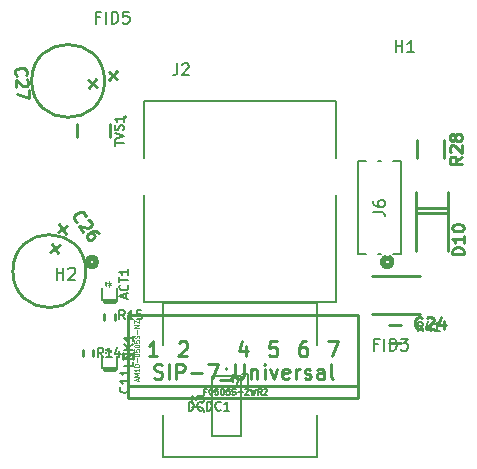
<source format=gbr>
G04 #@! TF.GenerationSoftware,KiCad,Pcbnew,7.0.7*
G04 #@! TF.CreationDate,2024-10-24T15:39:13-07:00*
G04 #@! TF.ProjectId,ESP_POE_1.4a,4553505f-504f-4455-9f31-2e34612e6b69,K*
G04 #@! TF.SameCoordinates,Original*
G04 #@! TF.FileFunction,Legend,Top*
G04 #@! TF.FilePolarity,Positive*
%FSLAX46Y46*%
G04 Gerber Fmt 4.6, Leading zero omitted, Abs format (unit mm)*
G04 Created by KiCad (PCBNEW 7.0.7) date 2024-10-24 15:39:13*
%MOMM*%
%LPD*%
G01*
G04 APERTURE LIST*
%ADD10C,0.190500*%
%ADD11C,0.100000*%
%ADD12C,0.254000*%
%ADD13C,0.127000*%
%ADD14C,0.150000*%
%ADD15C,0.050000*%
%ADD16C,0.152400*%
%ADD17C,0.200000*%
%ADD18C,0.508000*%
G04 APERTURE END LIST*
D10*
X104714838Y-155963256D02*
X104751124Y-155999542D01*
X104751124Y-155999542D02*
X104787409Y-156108399D01*
X104787409Y-156108399D02*
X104787409Y-156180971D01*
X104787409Y-156180971D02*
X104751124Y-156289828D01*
X104751124Y-156289828D02*
X104678552Y-156362399D01*
X104678552Y-156362399D02*
X104605981Y-156398685D01*
X104605981Y-156398685D02*
X104460838Y-156434971D01*
X104460838Y-156434971D02*
X104351981Y-156434971D01*
X104351981Y-156434971D02*
X104206838Y-156398685D01*
X104206838Y-156398685D02*
X104134266Y-156362399D01*
X104134266Y-156362399D02*
X104061695Y-156289828D01*
X104061695Y-156289828D02*
X104025409Y-156180971D01*
X104025409Y-156180971D02*
X104025409Y-156108399D01*
X104025409Y-156108399D02*
X104061695Y-155999542D01*
X104061695Y-155999542D02*
X104097981Y-155963256D01*
X104787409Y-155237542D02*
X104787409Y-155672971D01*
X104787409Y-155455256D02*
X104025409Y-155455256D01*
X104025409Y-155455256D02*
X104134266Y-155527828D01*
X104134266Y-155527828D02*
X104206838Y-155600399D01*
X104206838Y-155600399D02*
X104243124Y-155672971D01*
X104787409Y-154511828D02*
X104787409Y-154947257D01*
X104787409Y-154729542D02*
X104025409Y-154729542D01*
X104025409Y-154729542D02*
X104134266Y-154802114D01*
X104134266Y-154802114D02*
X104206838Y-154874685D01*
X104206838Y-154874685D02*
X104243124Y-154947257D01*
X102583343Y-153403009D02*
X102329343Y-153040152D01*
X102147914Y-153403009D02*
X102147914Y-152641009D01*
X102147914Y-152641009D02*
X102438200Y-152641009D01*
X102438200Y-152641009D02*
X102510771Y-152677295D01*
X102510771Y-152677295D02*
X102547057Y-152713581D01*
X102547057Y-152713581D02*
X102583343Y-152786152D01*
X102583343Y-152786152D02*
X102583343Y-152895009D01*
X102583343Y-152895009D02*
X102547057Y-152967581D01*
X102547057Y-152967581D02*
X102510771Y-153003866D01*
X102510771Y-153003866D02*
X102438200Y-153040152D01*
X102438200Y-153040152D02*
X102147914Y-153040152D01*
X103309057Y-153403009D02*
X102873628Y-153403009D01*
X103091343Y-153403009D02*
X103091343Y-152641009D01*
X103091343Y-152641009D02*
X103018771Y-152749866D01*
X103018771Y-152749866D02*
X102946200Y-152822438D01*
X102946200Y-152822438D02*
X102873628Y-152858724D01*
X103962200Y-152895009D02*
X103962200Y-153403009D01*
X103780771Y-152604724D02*
X103599342Y-153149009D01*
X103599342Y-153149009D02*
X104071057Y-153149009D01*
X105117609Y-153840542D02*
X105117609Y-154203399D01*
X105117609Y-154203399D02*
X104355609Y-154203399D01*
X105117609Y-153586542D02*
X104355609Y-153586542D01*
X104355609Y-153586542D02*
X105117609Y-153151113D01*
X105117609Y-153151113D02*
X104355609Y-153151113D01*
X105117609Y-152788256D02*
X104355609Y-152788256D01*
X105117609Y-152352827D02*
X104682181Y-152679399D01*
X104355609Y-152352827D02*
X104791038Y-152788256D01*
X105117609Y-151627113D02*
X105117609Y-152062542D01*
X105117609Y-151844827D02*
X104355609Y-151844827D01*
X104355609Y-151844827D02*
X104464466Y-151917399D01*
X104464466Y-151917399D02*
X104537038Y-151989970D01*
X104537038Y-151989970D02*
X104573324Y-152062542D01*
X104412143Y-150228009D02*
X104158143Y-149865152D01*
X103976714Y-150228009D02*
X103976714Y-149466009D01*
X103976714Y-149466009D02*
X104267000Y-149466009D01*
X104267000Y-149466009D02*
X104339571Y-149502295D01*
X104339571Y-149502295D02*
X104375857Y-149538581D01*
X104375857Y-149538581D02*
X104412143Y-149611152D01*
X104412143Y-149611152D02*
X104412143Y-149720009D01*
X104412143Y-149720009D02*
X104375857Y-149792581D01*
X104375857Y-149792581D02*
X104339571Y-149828866D01*
X104339571Y-149828866D02*
X104267000Y-149865152D01*
X104267000Y-149865152D02*
X103976714Y-149865152D01*
X105137857Y-150228009D02*
X104702428Y-150228009D01*
X104920143Y-150228009D02*
X104920143Y-149466009D01*
X104920143Y-149466009D02*
X104847571Y-149574866D01*
X104847571Y-149574866D02*
X104775000Y-149647438D01*
X104775000Y-149647438D02*
X104702428Y-149683724D01*
X105827285Y-149466009D02*
X105464428Y-149466009D01*
X105464428Y-149466009D02*
X105428142Y-149828866D01*
X105428142Y-149828866D02*
X105464428Y-149792581D01*
X105464428Y-149792581D02*
X105537000Y-149756295D01*
X105537000Y-149756295D02*
X105718428Y-149756295D01*
X105718428Y-149756295D02*
X105791000Y-149792581D01*
X105791000Y-149792581D02*
X105827285Y-149828866D01*
X105827285Y-149828866D02*
X105863571Y-149901438D01*
X105863571Y-149901438D02*
X105863571Y-150082866D01*
X105863571Y-150082866D02*
X105827285Y-150155438D01*
X105827285Y-150155438D02*
X105791000Y-150191724D01*
X105791000Y-150191724D02*
X105718428Y-150228009D01*
X105718428Y-150228009D02*
X105537000Y-150228009D01*
X105537000Y-150228009D02*
X105464428Y-150191724D01*
X105464428Y-150191724D02*
X105428142Y-150155438D01*
X104518895Y-148433971D02*
X104518895Y-148071114D01*
X104736609Y-148506542D02*
X103974609Y-148252542D01*
X103974609Y-148252542D02*
X104736609Y-147998542D01*
X104664038Y-147309113D02*
X104700324Y-147345399D01*
X104700324Y-147345399D02*
X104736609Y-147454256D01*
X104736609Y-147454256D02*
X104736609Y-147526828D01*
X104736609Y-147526828D02*
X104700324Y-147635685D01*
X104700324Y-147635685D02*
X104627752Y-147708256D01*
X104627752Y-147708256D02*
X104555181Y-147744542D01*
X104555181Y-147744542D02*
X104410038Y-147780828D01*
X104410038Y-147780828D02*
X104301181Y-147780828D01*
X104301181Y-147780828D02*
X104156038Y-147744542D01*
X104156038Y-147744542D02*
X104083466Y-147708256D01*
X104083466Y-147708256D02*
X104010895Y-147635685D01*
X104010895Y-147635685D02*
X103974609Y-147526828D01*
X103974609Y-147526828D02*
X103974609Y-147454256D01*
X103974609Y-147454256D02*
X104010895Y-147345399D01*
X104010895Y-147345399D02*
X104047181Y-147309113D01*
X103974609Y-147091399D02*
X103974609Y-146655971D01*
X104736609Y-146873685D02*
X103974609Y-146873685D01*
X104736609Y-146002828D02*
X104736609Y-146438257D01*
X104736609Y-146220542D02*
X103974609Y-146220542D01*
X103974609Y-146220542D02*
X104083466Y-146293114D01*
X104083466Y-146293114D02*
X104156038Y-146365685D01*
X104156038Y-146365685D02*
X104192324Y-146438257D01*
X109825971Y-157949609D02*
X109825971Y-157187609D01*
X109825971Y-157187609D02*
X110007400Y-157187609D01*
X110007400Y-157187609D02*
X110116257Y-157223895D01*
X110116257Y-157223895D02*
X110188828Y-157296466D01*
X110188828Y-157296466D02*
X110225114Y-157369038D01*
X110225114Y-157369038D02*
X110261400Y-157514181D01*
X110261400Y-157514181D02*
X110261400Y-157623038D01*
X110261400Y-157623038D02*
X110225114Y-157768181D01*
X110225114Y-157768181D02*
X110188828Y-157840752D01*
X110188828Y-157840752D02*
X110116257Y-157913324D01*
X110116257Y-157913324D02*
X110007400Y-157949609D01*
X110007400Y-157949609D02*
X109825971Y-157949609D01*
X111023400Y-157877038D02*
X110987114Y-157913324D01*
X110987114Y-157913324D02*
X110878257Y-157949609D01*
X110878257Y-157949609D02*
X110805685Y-157949609D01*
X110805685Y-157949609D02*
X110696828Y-157913324D01*
X110696828Y-157913324D02*
X110624257Y-157840752D01*
X110624257Y-157840752D02*
X110587971Y-157768181D01*
X110587971Y-157768181D02*
X110551685Y-157623038D01*
X110551685Y-157623038D02*
X110551685Y-157514181D01*
X110551685Y-157514181D02*
X110587971Y-157369038D01*
X110587971Y-157369038D02*
X110624257Y-157296466D01*
X110624257Y-157296466D02*
X110696828Y-157223895D01*
X110696828Y-157223895D02*
X110805685Y-157187609D01*
X110805685Y-157187609D02*
X110878257Y-157187609D01*
X110878257Y-157187609D02*
X110987114Y-157223895D01*
X110987114Y-157223895D02*
X111023400Y-157260181D01*
X111349971Y-157949609D02*
X111349971Y-157187609D01*
X111349971Y-157187609D02*
X111531400Y-157187609D01*
X111531400Y-157187609D02*
X111640257Y-157223895D01*
X111640257Y-157223895D02*
X111712828Y-157296466D01*
X111712828Y-157296466D02*
X111749114Y-157369038D01*
X111749114Y-157369038D02*
X111785400Y-157514181D01*
X111785400Y-157514181D02*
X111785400Y-157623038D01*
X111785400Y-157623038D02*
X111749114Y-157768181D01*
X111749114Y-157768181D02*
X111712828Y-157840752D01*
X111712828Y-157840752D02*
X111640257Y-157913324D01*
X111640257Y-157913324D02*
X111531400Y-157949609D01*
X111531400Y-157949609D02*
X111349971Y-157949609D01*
X112547400Y-157877038D02*
X112511114Y-157913324D01*
X112511114Y-157913324D02*
X112402257Y-157949609D01*
X112402257Y-157949609D02*
X112329685Y-157949609D01*
X112329685Y-157949609D02*
X112220828Y-157913324D01*
X112220828Y-157913324D02*
X112148257Y-157840752D01*
X112148257Y-157840752D02*
X112111971Y-157768181D01*
X112111971Y-157768181D02*
X112075685Y-157623038D01*
X112075685Y-157623038D02*
X112075685Y-157514181D01*
X112075685Y-157514181D02*
X112111971Y-157369038D01*
X112111971Y-157369038D02*
X112148257Y-157296466D01*
X112148257Y-157296466D02*
X112220828Y-157223895D01*
X112220828Y-157223895D02*
X112329685Y-157187609D01*
X112329685Y-157187609D02*
X112402257Y-157187609D01*
X112402257Y-157187609D02*
X112511114Y-157223895D01*
X112511114Y-157223895D02*
X112547400Y-157260181D01*
X113273114Y-157949609D02*
X112837685Y-157949609D01*
X113055400Y-157949609D02*
X113055400Y-157187609D01*
X113055400Y-157187609D02*
X112982828Y-157296466D01*
X112982828Y-157296466D02*
X112910257Y-157369038D01*
X112910257Y-157369038D02*
X112837685Y-157405324D01*
D11*
X105517961Y-155437903D02*
X105517961Y-155247427D01*
X105632247Y-155475998D02*
X105232247Y-155342665D01*
X105232247Y-155342665D02*
X105632247Y-155209332D01*
X105632247Y-155075998D02*
X105232247Y-155075998D01*
X105232247Y-155075998D02*
X105517961Y-154942665D01*
X105517961Y-154942665D02*
X105232247Y-154809332D01*
X105232247Y-154809332D02*
X105632247Y-154809332D01*
X105632247Y-154409332D02*
X105632247Y-154637903D01*
X105632247Y-154523617D02*
X105232247Y-154523617D01*
X105232247Y-154523617D02*
X105289390Y-154561713D01*
X105289390Y-154561713D02*
X105327485Y-154599808D01*
X105327485Y-154599808D02*
X105346533Y-154637903D01*
X105632247Y-154237903D02*
X105232247Y-154237903D01*
X105232247Y-154237903D02*
X105232247Y-154142665D01*
X105232247Y-154142665D02*
X105251295Y-154085522D01*
X105251295Y-154085522D02*
X105289390Y-154047427D01*
X105289390Y-154047427D02*
X105327485Y-154028380D01*
X105327485Y-154028380D02*
X105403676Y-154009332D01*
X105403676Y-154009332D02*
X105460819Y-154009332D01*
X105460819Y-154009332D02*
X105537009Y-154028380D01*
X105537009Y-154028380D02*
X105575104Y-154047427D01*
X105575104Y-154047427D02*
X105613200Y-154085522D01*
X105613200Y-154085522D02*
X105632247Y-154142665D01*
X105632247Y-154142665D02*
X105632247Y-154237903D01*
X105479866Y-153837903D02*
X105479866Y-153533142D01*
X105232247Y-153266475D02*
X105232247Y-153228380D01*
X105232247Y-153228380D02*
X105251295Y-153190284D01*
X105251295Y-153190284D02*
X105270342Y-153171237D01*
X105270342Y-153171237D02*
X105308438Y-153152189D01*
X105308438Y-153152189D02*
X105384628Y-153133142D01*
X105384628Y-153133142D02*
X105479866Y-153133142D01*
X105479866Y-153133142D02*
X105556057Y-153152189D01*
X105556057Y-153152189D02*
X105594152Y-153171237D01*
X105594152Y-153171237D02*
X105613200Y-153190284D01*
X105613200Y-153190284D02*
X105632247Y-153228380D01*
X105632247Y-153228380D02*
X105632247Y-153266475D01*
X105632247Y-153266475D02*
X105613200Y-153304570D01*
X105613200Y-153304570D02*
X105594152Y-153323618D01*
X105594152Y-153323618D02*
X105556057Y-153342665D01*
X105556057Y-153342665D02*
X105479866Y-153361713D01*
X105479866Y-153361713D02*
X105384628Y-153361713D01*
X105384628Y-153361713D02*
X105308438Y-153342665D01*
X105308438Y-153342665D02*
X105270342Y-153323618D01*
X105270342Y-153323618D02*
X105251295Y-153304570D01*
X105251295Y-153304570D02*
X105232247Y-153266475D01*
X105232247Y-152771237D02*
X105232247Y-152961713D01*
X105232247Y-152961713D02*
X105422723Y-152980761D01*
X105422723Y-152980761D02*
X105403676Y-152961713D01*
X105403676Y-152961713D02*
X105384628Y-152923618D01*
X105384628Y-152923618D02*
X105384628Y-152828380D01*
X105384628Y-152828380D02*
X105403676Y-152790285D01*
X105403676Y-152790285D02*
X105422723Y-152771237D01*
X105422723Y-152771237D02*
X105460819Y-152752190D01*
X105460819Y-152752190D02*
X105556057Y-152752190D01*
X105556057Y-152752190D02*
X105594152Y-152771237D01*
X105594152Y-152771237D02*
X105613200Y-152790285D01*
X105613200Y-152790285D02*
X105632247Y-152828380D01*
X105632247Y-152828380D02*
X105632247Y-152923618D01*
X105632247Y-152923618D02*
X105613200Y-152961713D01*
X105613200Y-152961713D02*
X105594152Y-152980761D01*
X105232247Y-152504571D02*
X105232247Y-152466476D01*
X105232247Y-152466476D02*
X105251295Y-152428380D01*
X105251295Y-152428380D02*
X105270342Y-152409333D01*
X105270342Y-152409333D02*
X105308438Y-152390285D01*
X105308438Y-152390285D02*
X105384628Y-152371238D01*
X105384628Y-152371238D02*
X105479866Y-152371238D01*
X105479866Y-152371238D02*
X105556057Y-152390285D01*
X105556057Y-152390285D02*
X105594152Y-152409333D01*
X105594152Y-152409333D02*
X105613200Y-152428380D01*
X105613200Y-152428380D02*
X105632247Y-152466476D01*
X105632247Y-152466476D02*
X105632247Y-152504571D01*
X105632247Y-152504571D02*
X105613200Y-152542666D01*
X105613200Y-152542666D02*
X105594152Y-152561714D01*
X105594152Y-152561714D02*
X105556057Y-152580761D01*
X105556057Y-152580761D02*
X105479866Y-152599809D01*
X105479866Y-152599809D02*
X105384628Y-152599809D01*
X105384628Y-152599809D02*
X105308438Y-152580761D01*
X105308438Y-152580761D02*
X105270342Y-152561714D01*
X105270342Y-152561714D02*
X105251295Y-152542666D01*
X105251295Y-152542666D02*
X105232247Y-152504571D01*
X105232247Y-152009333D02*
X105232247Y-152199809D01*
X105232247Y-152199809D02*
X105422723Y-152218857D01*
X105422723Y-152218857D02*
X105403676Y-152199809D01*
X105403676Y-152199809D02*
X105384628Y-152161714D01*
X105384628Y-152161714D02*
X105384628Y-152066476D01*
X105384628Y-152066476D02*
X105403676Y-152028381D01*
X105403676Y-152028381D02*
X105422723Y-152009333D01*
X105422723Y-152009333D02*
X105460819Y-151990286D01*
X105460819Y-151990286D02*
X105556057Y-151990286D01*
X105556057Y-151990286D02*
X105594152Y-152009333D01*
X105594152Y-152009333D02*
X105613200Y-152028381D01*
X105613200Y-152028381D02*
X105632247Y-152066476D01*
X105632247Y-152066476D02*
X105632247Y-152161714D01*
X105632247Y-152161714D02*
X105613200Y-152199809D01*
X105613200Y-152199809D02*
X105594152Y-152218857D01*
X105613200Y-151837905D02*
X105632247Y-151780762D01*
X105632247Y-151780762D02*
X105632247Y-151685524D01*
X105632247Y-151685524D02*
X105613200Y-151647429D01*
X105613200Y-151647429D02*
X105594152Y-151628381D01*
X105594152Y-151628381D02*
X105556057Y-151609334D01*
X105556057Y-151609334D02*
X105517961Y-151609334D01*
X105517961Y-151609334D02*
X105479866Y-151628381D01*
X105479866Y-151628381D02*
X105460819Y-151647429D01*
X105460819Y-151647429D02*
X105441771Y-151685524D01*
X105441771Y-151685524D02*
X105422723Y-151761715D01*
X105422723Y-151761715D02*
X105403676Y-151799810D01*
X105403676Y-151799810D02*
X105384628Y-151818857D01*
X105384628Y-151818857D02*
X105346533Y-151837905D01*
X105346533Y-151837905D02*
X105308438Y-151837905D01*
X105308438Y-151837905D02*
X105270342Y-151818857D01*
X105270342Y-151818857D02*
X105251295Y-151799810D01*
X105251295Y-151799810D02*
X105232247Y-151761715D01*
X105232247Y-151761715D02*
X105232247Y-151666476D01*
X105232247Y-151666476D02*
X105251295Y-151609334D01*
X105479866Y-151437905D02*
X105479866Y-151133144D01*
X105632247Y-150942667D02*
X105232247Y-150942667D01*
X105232247Y-150942667D02*
X105632247Y-150714096D01*
X105632247Y-150714096D02*
X105232247Y-150714096D01*
X105232247Y-150561715D02*
X105232247Y-150295048D01*
X105232247Y-150295048D02*
X105632247Y-150561715D01*
X105632247Y-150561715D02*
X105632247Y-150295048D01*
X105517961Y-155437903D02*
X105517961Y-155247427D01*
X105632247Y-155475998D02*
X105232247Y-155342665D01*
X105232247Y-155342665D02*
X105632247Y-155209332D01*
X105632247Y-155075998D02*
X105232247Y-155075998D01*
X105232247Y-155075998D02*
X105517961Y-154942665D01*
X105517961Y-154942665D02*
X105232247Y-154809332D01*
X105232247Y-154809332D02*
X105632247Y-154809332D01*
X105632247Y-154409332D02*
X105632247Y-154637903D01*
X105632247Y-154523617D02*
X105232247Y-154523617D01*
X105232247Y-154523617D02*
X105289390Y-154561713D01*
X105289390Y-154561713D02*
X105327485Y-154599808D01*
X105327485Y-154599808D02*
X105346533Y-154637903D01*
X105632247Y-154237903D02*
X105232247Y-154237903D01*
X105232247Y-154237903D02*
X105232247Y-154142665D01*
X105232247Y-154142665D02*
X105251295Y-154085522D01*
X105251295Y-154085522D02*
X105289390Y-154047427D01*
X105289390Y-154047427D02*
X105327485Y-154028380D01*
X105327485Y-154028380D02*
X105403676Y-154009332D01*
X105403676Y-154009332D02*
X105460819Y-154009332D01*
X105460819Y-154009332D02*
X105537009Y-154028380D01*
X105537009Y-154028380D02*
X105575104Y-154047427D01*
X105575104Y-154047427D02*
X105613200Y-154085522D01*
X105613200Y-154085522D02*
X105632247Y-154142665D01*
X105632247Y-154142665D02*
X105632247Y-154237903D01*
X105479866Y-153837903D02*
X105479866Y-153533142D01*
X105232247Y-153266475D02*
X105232247Y-153228380D01*
X105232247Y-153228380D02*
X105251295Y-153190284D01*
X105251295Y-153190284D02*
X105270342Y-153171237D01*
X105270342Y-153171237D02*
X105308438Y-153152189D01*
X105308438Y-153152189D02*
X105384628Y-153133142D01*
X105384628Y-153133142D02*
X105479866Y-153133142D01*
X105479866Y-153133142D02*
X105556057Y-153152189D01*
X105556057Y-153152189D02*
X105594152Y-153171237D01*
X105594152Y-153171237D02*
X105613200Y-153190284D01*
X105613200Y-153190284D02*
X105632247Y-153228380D01*
X105632247Y-153228380D02*
X105632247Y-153266475D01*
X105632247Y-153266475D02*
X105613200Y-153304570D01*
X105613200Y-153304570D02*
X105594152Y-153323618D01*
X105594152Y-153323618D02*
X105556057Y-153342665D01*
X105556057Y-153342665D02*
X105479866Y-153361713D01*
X105479866Y-153361713D02*
X105384628Y-153361713D01*
X105384628Y-153361713D02*
X105308438Y-153342665D01*
X105308438Y-153342665D02*
X105270342Y-153323618D01*
X105270342Y-153323618D02*
X105251295Y-153304570D01*
X105251295Y-153304570D02*
X105232247Y-153266475D01*
X105232247Y-152771237D02*
X105232247Y-152961713D01*
X105232247Y-152961713D02*
X105422723Y-152980761D01*
X105422723Y-152980761D02*
X105403676Y-152961713D01*
X105403676Y-152961713D02*
X105384628Y-152923618D01*
X105384628Y-152923618D02*
X105384628Y-152828380D01*
X105384628Y-152828380D02*
X105403676Y-152790285D01*
X105403676Y-152790285D02*
X105422723Y-152771237D01*
X105422723Y-152771237D02*
X105460819Y-152752190D01*
X105460819Y-152752190D02*
X105556057Y-152752190D01*
X105556057Y-152752190D02*
X105594152Y-152771237D01*
X105594152Y-152771237D02*
X105613200Y-152790285D01*
X105613200Y-152790285D02*
X105632247Y-152828380D01*
X105632247Y-152828380D02*
X105632247Y-152923618D01*
X105632247Y-152923618D02*
X105613200Y-152961713D01*
X105613200Y-152961713D02*
X105594152Y-152980761D01*
X105232247Y-152504571D02*
X105232247Y-152466476D01*
X105232247Y-152466476D02*
X105251295Y-152428380D01*
X105251295Y-152428380D02*
X105270342Y-152409333D01*
X105270342Y-152409333D02*
X105308438Y-152390285D01*
X105308438Y-152390285D02*
X105384628Y-152371238D01*
X105384628Y-152371238D02*
X105479866Y-152371238D01*
X105479866Y-152371238D02*
X105556057Y-152390285D01*
X105556057Y-152390285D02*
X105594152Y-152409333D01*
X105594152Y-152409333D02*
X105613200Y-152428380D01*
X105613200Y-152428380D02*
X105632247Y-152466476D01*
X105632247Y-152466476D02*
X105632247Y-152504571D01*
X105632247Y-152504571D02*
X105613200Y-152542666D01*
X105613200Y-152542666D02*
X105594152Y-152561714D01*
X105594152Y-152561714D02*
X105556057Y-152580761D01*
X105556057Y-152580761D02*
X105479866Y-152599809D01*
X105479866Y-152599809D02*
X105384628Y-152599809D01*
X105384628Y-152599809D02*
X105308438Y-152580761D01*
X105308438Y-152580761D02*
X105270342Y-152561714D01*
X105270342Y-152561714D02*
X105251295Y-152542666D01*
X105251295Y-152542666D02*
X105232247Y-152504571D01*
X105232247Y-152009333D02*
X105232247Y-152199809D01*
X105232247Y-152199809D02*
X105422723Y-152218857D01*
X105422723Y-152218857D02*
X105403676Y-152199809D01*
X105403676Y-152199809D02*
X105384628Y-152161714D01*
X105384628Y-152161714D02*
X105384628Y-152066476D01*
X105384628Y-152066476D02*
X105403676Y-152028381D01*
X105403676Y-152028381D02*
X105422723Y-152009333D01*
X105422723Y-152009333D02*
X105460819Y-151990286D01*
X105460819Y-151990286D02*
X105556057Y-151990286D01*
X105556057Y-151990286D02*
X105594152Y-152009333D01*
X105594152Y-152009333D02*
X105613200Y-152028381D01*
X105613200Y-152028381D02*
X105632247Y-152066476D01*
X105632247Y-152066476D02*
X105632247Y-152161714D01*
X105632247Y-152161714D02*
X105613200Y-152199809D01*
X105613200Y-152199809D02*
X105594152Y-152218857D01*
X105613200Y-151837905D02*
X105632247Y-151780762D01*
X105632247Y-151780762D02*
X105632247Y-151685524D01*
X105632247Y-151685524D02*
X105613200Y-151647429D01*
X105613200Y-151647429D02*
X105594152Y-151628381D01*
X105594152Y-151628381D02*
X105556057Y-151609334D01*
X105556057Y-151609334D02*
X105517961Y-151609334D01*
X105517961Y-151609334D02*
X105479866Y-151628381D01*
X105479866Y-151628381D02*
X105460819Y-151647429D01*
X105460819Y-151647429D02*
X105441771Y-151685524D01*
X105441771Y-151685524D02*
X105422723Y-151761715D01*
X105422723Y-151761715D02*
X105403676Y-151799810D01*
X105403676Y-151799810D02*
X105384628Y-151818857D01*
X105384628Y-151818857D02*
X105346533Y-151837905D01*
X105346533Y-151837905D02*
X105308438Y-151837905D01*
X105308438Y-151837905D02*
X105270342Y-151818857D01*
X105270342Y-151818857D02*
X105251295Y-151799810D01*
X105251295Y-151799810D02*
X105232247Y-151761715D01*
X105232247Y-151761715D02*
X105232247Y-151666476D01*
X105232247Y-151666476D02*
X105251295Y-151609334D01*
X105479866Y-151437905D02*
X105479866Y-151133144D01*
X105632247Y-150942667D02*
X105232247Y-150942667D01*
X105232247Y-150942667D02*
X105632247Y-150714096D01*
X105632247Y-150714096D02*
X105232247Y-150714096D01*
X105232247Y-150561715D02*
X105232247Y-150295048D01*
X105232247Y-150295048D02*
X105632247Y-150561715D01*
X105632247Y-150561715D02*
X105632247Y-150295048D01*
D12*
X117294780Y-152085318D02*
X116690018Y-152085318D01*
X116690018Y-152085318D02*
X116629542Y-152690080D01*
X116629542Y-152690080D02*
X116690018Y-152629603D01*
X116690018Y-152629603D02*
X116810971Y-152569127D01*
X116810971Y-152569127D02*
X117113352Y-152569127D01*
X117113352Y-152569127D02*
X117234304Y-152629603D01*
X117234304Y-152629603D02*
X117294780Y-152690080D01*
X117294780Y-152690080D02*
X117355257Y-152811032D01*
X117355257Y-152811032D02*
X117355257Y-153113413D01*
X117355257Y-153113413D02*
X117294780Y-153234365D01*
X117294780Y-153234365D02*
X117234304Y-153294842D01*
X117234304Y-153294842D02*
X117113352Y-153355318D01*
X117113352Y-153355318D02*
X116810971Y-153355318D01*
X116810971Y-153355318D02*
X116690018Y-153294842D01*
X116690018Y-153294842D02*
X116629542Y-153234365D01*
D13*
X111337874Y-156338311D02*
X111168541Y-156338311D01*
X111168541Y-156604406D02*
X111168541Y-156096406D01*
X111168541Y-156096406D02*
X111410446Y-156096406D01*
X111700732Y-156096406D02*
X111749113Y-156096406D01*
X111749113Y-156096406D02*
X111797494Y-156120596D01*
X111797494Y-156120596D02*
X111821684Y-156144787D01*
X111821684Y-156144787D02*
X111845875Y-156193168D01*
X111845875Y-156193168D02*
X111870065Y-156289930D01*
X111870065Y-156289930D02*
X111870065Y-156410882D01*
X111870065Y-156410882D02*
X111845875Y-156507644D01*
X111845875Y-156507644D02*
X111821684Y-156556025D01*
X111821684Y-156556025D02*
X111797494Y-156580216D01*
X111797494Y-156580216D02*
X111749113Y-156604406D01*
X111749113Y-156604406D02*
X111700732Y-156604406D01*
X111700732Y-156604406D02*
X111652351Y-156580216D01*
X111652351Y-156580216D02*
X111628160Y-156556025D01*
X111628160Y-156556025D02*
X111603970Y-156507644D01*
X111603970Y-156507644D02*
X111579779Y-156410882D01*
X111579779Y-156410882D02*
X111579779Y-156289930D01*
X111579779Y-156289930D02*
X111603970Y-156193168D01*
X111603970Y-156193168D02*
X111628160Y-156144787D01*
X111628160Y-156144787D02*
X111652351Y-156120596D01*
X111652351Y-156120596D02*
X111700732Y-156096406D01*
X112329685Y-156096406D02*
X112087780Y-156096406D01*
X112087780Y-156096406D02*
X112063589Y-156338311D01*
X112063589Y-156338311D02*
X112087780Y-156314120D01*
X112087780Y-156314120D02*
X112136161Y-156289930D01*
X112136161Y-156289930D02*
X112257113Y-156289930D01*
X112257113Y-156289930D02*
X112305494Y-156314120D01*
X112305494Y-156314120D02*
X112329685Y-156338311D01*
X112329685Y-156338311D02*
X112353875Y-156386692D01*
X112353875Y-156386692D02*
X112353875Y-156507644D01*
X112353875Y-156507644D02*
X112329685Y-156556025D01*
X112329685Y-156556025D02*
X112305494Y-156580216D01*
X112305494Y-156580216D02*
X112257113Y-156604406D01*
X112257113Y-156604406D02*
X112136161Y-156604406D01*
X112136161Y-156604406D02*
X112087780Y-156580216D01*
X112087780Y-156580216D02*
X112063589Y-156556025D01*
X112668352Y-156096406D02*
X112716733Y-156096406D01*
X112716733Y-156096406D02*
X112765114Y-156120596D01*
X112765114Y-156120596D02*
X112789304Y-156144787D01*
X112789304Y-156144787D02*
X112813495Y-156193168D01*
X112813495Y-156193168D02*
X112837685Y-156289930D01*
X112837685Y-156289930D02*
X112837685Y-156410882D01*
X112837685Y-156410882D02*
X112813495Y-156507644D01*
X112813495Y-156507644D02*
X112789304Y-156556025D01*
X112789304Y-156556025D02*
X112765114Y-156580216D01*
X112765114Y-156580216D02*
X112716733Y-156604406D01*
X112716733Y-156604406D02*
X112668352Y-156604406D01*
X112668352Y-156604406D02*
X112619971Y-156580216D01*
X112619971Y-156580216D02*
X112595780Y-156556025D01*
X112595780Y-156556025D02*
X112571590Y-156507644D01*
X112571590Y-156507644D02*
X112547399Y-156410882D01*
X112547399Y-156410882D02*
X112547399Y-156289930D01*
X112547399Y-156289930D02*
X112571590Y-156193168D01*
X112571590Y-156193168D02*
X112595780Y-156144787D01*
X112595780Y-156144787D02*
X112619971Y-156120596D01*
X112619971Y-156120596D02*
X112668352Y-156096406D01*
X113297305Y-156096406D02*
X113055400Y-156096406D01*
X113055400Y-156096406D02*
X113031209Y-156338311D01*
X113031209Y-156338311D02*
X113055400Y-156314120D01*
X113055400Y-156314120D02*
X113103781Y-156289930D01*
X113103781Y-156289930D02*
X113224733Y-156289930D01*
X113224733Y-156289930D02*
X113273114Y-156314120D01*
X113273114Y-156314120D02*
X113297305Y-156338311D01*
X113297305Y-156338311D02*
X113321495Y-156386692D01*
X113321495Y-156386692D02*
X113321495Y-156507644D01*
X113321495Y-156507644D02*
X113297305Y-156556025D01*
X113297305Y-156556025D02*
X113273114Y-156580216D01*
X113273114Y-156580216D02*
X113224733Y-156604406D01*
X113224733Y-156604406D02*
X113103781Y-156604406D01*
X113103781Y-156604406D02*
X113055400Y-156580216D01*
X113055400Y-156580216D02*
X113031209Y-156556025D01*
X113515019Y-156580216D02*
X113587591Y-156604406D01*
X113587591Y-156604406D02*
X113708543Y-156604406D01*
X113708543Y-156604406D02*
X113756924Y-156580216D01*
X113756924Y-156580216D02*
X113781115Y-156556025D01*
X113781115Y-156556025D02*
X113805305Y-156507644D01*
X113805305Y-156507644D02*
X113805305Y-156459263D01*
X113805305Y-156459263D02*
X113781115Y-156410882D01*
X113781115Y-156410882D02*
X113756924Y-156386692D01*
X113756924Y-156386692D02*
X113708543Y-156362501D01*
X113708543Y-156362501D02*
X113611781Y-156338311D01*
X113611781Y-156338311D02*
X113563400Y-156314120D01*
X113563400Y-156314120D02*
X113539210Y-156289930D01*
X113539210Y-156289930D02*
X113515019Y-156241549D01*
X113515019Y-156241549D02*
X113515019Y-156193168D01*
X113515019Y-156193168D02*
X113539210Y-156144787D01*
X113539210Y-156144787D02*
X113563400Y-156120596D01*
X113563400Y-156120596D02*
X113611781Y-156096406D01*
X113611781Y-156096406D02*
X113732734Y-156096406D01*
X113732734Y-156096406D02*
X113805305Y-156120596D01*
X114023020Y-156410882D02*
X114410068Y-156410882D01*
X114627781Y-156144787D02*
X114651972Y-156120596D01*
X114651972Y-156120596D02*
X114700353Y-156096406D01*
X114700353Y-156096406D02*
X114821305Y-156096406D01*
X114821305Y-156096406D02*
X114869686Y-156120596D01*
X114869686Y-156120596D02*
X114893877Y-156144787D01*
X114893877Y-156144787D02*
X114918067Y-156193168D01*
X114918067Y-156193168D02*
X114918067Y-156241549D01*
X114918067Y-156241549D02*
X114893877Y-156314120D01*
X114893877Y-156314120D02*
X114603591Y-156604406D01*
X114603591Y-156604406D02*
X114918067Y-156604406D01*
X115087401Y-156096406D02*
X115208353Y-156604406D01*
X115208353Y-156604406D02*
X115305115Y-156241549D01*
X115305115Y-156241549D02*
X115401877Y-156604406D01*
X115401877Y-156604406D02*
X115522830Y-156096406D01*
X116006639Y-156604406D02*
X115837305Y-156362501D01*
X115716353Y-156604406D02*
X115716353Y-156096406D01*
X115716353Y-156096406D02*
X115909877Y-156096406D01*
X115909877Y-156096406D02*
X115958258Y-156120596D01*
X115958258Y-156120596D02*
X115982448Y-156144787D01*
X115982448Y-156144787D02*
X116006639Y-156193168D01*
X116006639Y-156193168D02*
X116006639Y-156265739D01*
X116006639Y-156265739D02*
X115982448Y-156314120D01*
X115982448Y-156314120D02*
X115958258Y-156338311D01*
X115958258Y-156338311D02*
X115909877Y-156362501D01*
X115909877Y-156362501D02*
X115716353Y-156362501D01*
X116200162Y-156144787D02*
X116224353Y-156120596D01*
X116224353Y-156120596D02*
X116272734Y-156096406D01*
X116272734Y-156096406D02*
X116393686Y-156096406D01*
X116393686Y-156096406D02*
X116442067Y-156120596D01*
X116442067Y-156120596D02*
X116466258Y-156144787D01*
X116466258Y-156144787D02*
X116490448Y-156193168D01*
X116490448Y-156193168D02*
X116490448Y-156241549D01*
X116490448Y-156241549D02*
X116466258Y-156314120D01*
X116466258Y-156314120D02*
X116175972Y-156604406D01*
X116175972Y-156604406D02*
X116490448Y-156604406D01*
D12*
X121649066Y-152085318D02*
X122495733Y-152085318D01*
X122495733Y-152085318D02*
X121951447Y-153355318D01*
X107195257Y-153355318D02*
X106469542Y-153355318D01*
X106832399Y-153355318D02*
X106832399Y-152085318D01*
X106832399Y-152085318D02*
X106711447Y-152266746D01*
X106711447Y-152266746D02*
X106590495Y-152387699D01*
X106590495Y-152387699D02*
X106469542Y-152448175D01*
X106892876Y-155199842D02*
X107074305Y-155260318D01*
X107074305Y-155260318D02*
X107376686Y-155260318D01*
X107376686Y-155260318D02*
X107497638Y-155199842D01*
X107497638Y-155199842D02*
X107558114Y-155139365D01*
X107558114Y-155139365D02*
X107618591Y-155018413D01*
X107618591Y-155018413D02*
X107618591Y-154897461D01*
X107618591Y-154897461D02*
X107558114Y-154776508D01*
X107558114Y-154776508D02*
X107497638Y-154716032D01*
X107497638Y-154716032D02*
X107376686Y-154655556D01*
X107376686Y-154655556D02*
X107134781Y-154595080D01*
X107134781Y-154595080D02*
X107013829Y-154534603D01*
X107013829Y-154534603D02*
X106953352Y-154474127D01*
X106953352Y-154474127D02*
X106892876Y-154353175D01*
X106892876Y-154353175D02*
X106892876Y-154232222D01*
X106892876Y-154232222D02*
X106953352Y-154111270D01*
X106953352Y-154111270D02*
X107013829Y-154050794D01*
X107013829Y-154050794D02*
X107134781Y-153990318D01*
X107134781Y-153990318D02*
X107437162Y-153990318D01*
X107437162Y-153990318D02*
X107618591Y-154050794D01*
X108162876Y-155260318D02*
X108162876Y-153990318D01*
X108767638Y-155260318D02*
X108767638Y-153990318D01*
X108767638Y-153990318D02*
X109251448Y-153990318D01*
X109251448Y-153990318D02*
X109372400Y-154050794D01*
X109372400Y-154050794D02*
X109432877Y-154111270D01*
X109432877Y-154111270D02*
X109493353Y-154232222D01*
X109493353Y-154232222D02*
X109493353Y-154413651D01*
X109493353Y-154413651D02*
X109432877Y-154534603D01*
X109432877Y-154534603D02*
X109372400Y-154595080D01*
X109372400Y-154595080D02*
X109251448Y-154655556D01*
X109251448Y-154655556D02*
X108767638Y-154655556D01*
X110037638Y-154776508D02*
X111005258Y-154776508D01*
X111489067Y-153990318D02*
X112335734Y-153990318D01*
X112335734Y-153990318D02*
X111791448Y-155260318D01*
X112517163Y-155381270D02*
X113484782Y-155381270D01*
X113787162Y-153990318D02*
X113787162Y-155018413D01*
X113787162Y-155018413D02*
X113847639Y-155139365D01*
X113847639Y-155139365D02*
X113908115Y-155199842D01*
X113908115Y-155199842D02*
X114029067Y-155260318D01*
X114029067Y-155260318D02*
X114270972Y-155260318D01*
X114270972Y-155260318D02*
X114391924Y-155199842D01*
X114391924Y-155199842D02*
X114452401Y-155139365D01*
X114452401Y-155139365D02*
X114512877Y-155018413D01*
X114512877Y-155018413D02*
X114512877Y-153990318D01*
X115117638Y-154413651D02*
X115117638Y-155260318D01*
X115117638Y-154534603D02*
X115178115Y-154474127D01*
X115178115Y-154474127D02*
X115299067Y-154413651D01*
X115299067Y-154413651D02*
X115480496Y-154413651D01*
X115480496Y-154413651D02*
X115601448Y-154474127D01*
X115601448Y-154474127D02*
X115661924Y-154595080D01*
X115661924Y-154595080D02*
X115661924Y-155260318D01*
X116266686Y-155260318D02*
X116266686Y-154413651D01*
X116266686Y-153990318D02*
X116206210Y-154050794D01*
X116206210Y-154050794D02*
X116266686Y-154111270D01*
X116266686Y-154111270D02*
X116327163Y-154050794D01*
X116327163Y-154050794D02*
X116266686Y-153990318D01*
X116266686Y-153990318D02*
X116266686Y-154111270D01*
X116750496Y-154413651D02*
X117052877Y-155260318D01*
X117052877Y-155260318D02*
X117355258Y-154413651D01*
X118322877Y-155199842D02*
X118201925Y-155260318D01*
X118201925Y-155260318D02*
X117960020Y-155260318D01*
X117960020Y-155260318D02*
X117839067Y-155199842D01*
X117839067Y-155199842D02*
X117778591Y-155078889D01*
X117778591Y-155078889D02*
X117778591Y-154595080D01*
X117778591Y-154595080D02*
X117839067Y-154474127D01*
X117839067Y-154474127D02*
X117960020Y-154413651D01*
X117960020Y-154413651D02*
X118201925Y-154413651D01*
X118201925Y-154413651D02*
X118322877Y-154474127D01*
X118322877Y-154474127D02*
X118383353Y-154595080D01*
X118383353Y-154595080D02*
X118383353Y-154716032D01*
X118383353Y-154716032D02*
X117778591Y-154836984D01*
X118927638Y-155260318D02*
X118927638Y-154413651D01*
X118927638Y-154655556D02*
X118988115Y-154534603D01*
X118988115Y-154534603D02*
X119048591Y-154474127D01*
X119048591Y-154474127D02*
X119169543Y-154413651D01*
X119169543Y-154413651D02*
X119290496Y-154413651D01*
X119653352Y-155199842D02*
X119774305Y-155260318D01*
X119774305Y-155260318D02*
X120016209Y-155260318D01*
X120016209Y-155260318D02*
X120137162Y-155199842D01*
X120137162Y-155199842D02*
X120197638Y-155078889D01*
X120197638Y-155078889D02*
X120197638Y-155018413D01*
X120197638Y-155018413D02*
X120137162Y-154897461D01*
X120137162Y-154897461D02*
X120016209Y-154836984D01*
X120016209Y-154836984D02*
X119834781Y-154836984D01*
X119834781Y-154836984D02*
X119713828Y-154776508D01*
X119713828Y-154776508D02*
X119653352Y-154655556D01*
X119653352Y-154655556D02*
X119653352Y-154595080D01*
X119653352Y-154595080D02*
X119713828Y-154474127D01*
X119713828Y-154474127D02*
X119834781Y-154413651D01*
X119834781Y-154413651D02*
X120016209Y-154413651D01*
X120016209Y-154413651D02*
X120137162Y-154474127D01*
X121286209Y-155260318D02*
X121286209Y-154595080D01*
X121286209Y-154595080D02*
X121225733Y-154474127D01*
X121225733Y-154474127D02*
X121104781Y-154413651D01*
X121104781Y-154413651D02*
X120862876Y-154413651D01*
X120862876Y-154413651D02*
X120741923Y-154474127D01*
X121286209Y-155199842D02*
X121165257Y-155260318D01*
X121165257Y-155260318D02*
X120862876Y-155260318D01*
X120862876Y-155260318D02*
X120741923Y-155199842D01*
X120741923Y-155199842D02*
X120681447Y-155078889D01*
X120681447Y-155078889D02*
X120681447Y-154957937D01*
X120681447Y-154957937D02*
X120741923Y-154836984D01*
X120741923Y-154836984D02*
X120862876Y-154776508D01*
X120862876Y-154776508D02*
X121165257Y-154776508D01*
X121165257Y-154776508D02*
X121286209Y-154716032D01*
X122072400Y-155260318D02*
X121951448Y-155199842D01*
X121951448Y-155199842D02*
X121890971Y-155078889D01*
X121890971Y-155078889D02*
X121890971Y-153990318D01*
X119774304Y-152085318D02*
X119532399Y-152085318D01*
X119532399Y-152085318D02*
X119411447Y-152145794D01*
X119411447Y-152145794D02*
X119350971Y-152206270D01*
X119350971Y-152206270D02*
X119230018Y-152387699D01*
X119230018Y-152387699D02*
X119169542Y-152629603D01*
X119169542Y-152629603D02*
X119169542Y-153113413D01*
X119169542Y-153113413D02*
X119230018Y-153234365D01*
X119230018Y-153234365D02*
X119290495Y-153294842D01*
X119290495Y-153294842D02*
X119411447Y-153355318D01*
X119411447Y-153355318D02*
X119653352Y-153355318D01*
X119653352Y-153355318D02*
X119774304Y-153294842D01*
X119774304Y-153294842D02*
X119834780Y-153234365D01*
X119834780Y-153234365D02*
X119895257Y-153113413D01*
X119895257Y-153113413D02*
X119895257Y-152811032D01*
X119895257Y-152811032D02*
X119834780Y-152690080D01*
X119834780Y-152690080D02*
X119774304Y-152629603D01*
X119774304Y-152629603D02*
X119653352Y-152569127D01*
X119653352Y-152569127D02*
X119411447Y-152569127D01*
X119411447Y-152569127D02*
X119290495Y-152629603D01*
X119290495Y-152629603D02*
X119230018Y-152690080D01*
X119230018Y-152690080D02*
X119169542Y-152811032D01*
X114694304Y-152508651D02*
X114694304Y-153355318D01*
X114391923Y-152024842D02*
X114089542Y-152931984D01*
X114089542Y-152931984D02*
X114875733Y-152931984D01*
X109009542Y-152206270D02*
X109070018Y-152145794D01*
X109070018Y-152145794D02*
X109190971Y-152085318D01*
X109190971Y-152085318D02*
X109493352Y-152085318D01*
X109493352Y-152085318D02*
X109614304Y-152145794D01*
X109614304Y-152145794D02*
X109674780Y-152206270D01*
X109674780Y-152206270D02*
X109735257Y-152327222D01*
X109735257Y-152327222D02*
X109735257Y-152448175D01*
X109735257Y-152448175D02*
X109674780Y-152629603D01*
X109674780Y-152629603D02*
X108949066Y-153355318D01*
X108949066Y-153355318D02*
X109735257Y-153355318D01*
X95260578Y-129586537D02*
X95208165Y-129542556D01*
X95208165Y-129542556D02*
X95147318Y-129402183D01*
X95147318Y-129402183D02*
X95138885Y-129305789D01*
X95138885Y-129305789D02*
X95174431Y-129156982D01*
X95174431Y-129156982D02*
X95262392Y-129052155D01*
X95262392Y-129052155D02*
X95354569Y-128995524D01*
X95354569Y-128995524D02*
X95543140Y-128930461D01*
X95543140Y-128930461D02*
X95687730Y-128917811D01*
X95687730Y-128917811D02*
X95884734Y-128949141D01*
X95884734Y-128949141D02*
X95985345Y-128988904D01*
X95985345Y-128988904D02*
X96090172Y-129076865D01*
X96090172Y-129076865D02*
X96151018Y-129217239D01*
X96151018Y-129217239D02*
X96159452Y-129313632D01*
X96159452Y-129313632D02*
X96123905Y-129462440D01*
X96123905Y-129462440D02*
X96079925Y-129514853D01*
X96113658Y-129900428D02*
X96166072Y-129944408D01*
X96166072Y-129944408D02*
X96222702Y-130036585D01*
X96222702Y-130036585D02*
X96243785Y-130277569D01*
X96243785Y-130277569D02*
X96204022Y-130378180D01*
X96204022Y-130378180D02*
X96160042Y-130430593D01*
X96160042Y-130430593D02*
X96067865Y-130487223D01*
X96067865Y-130487223D02*
X95971471Y-130495657D01*
X95971471Y-130495657D02*
X95822664Y-130460110D01*
X95822664Y-130460110D02*
X95193701Y-129932348D01*
X95193701Y-129932348D02*
X95248518Y-130558907D01*
X96290169Y-130807735D02*
X96349202Y-131482490D01*
X96349202Y-131482490D02*
X95299118Y-131137269D01*
X101385908Y-130654807D02*
X102007881Y-129913567D01*
X102067514Y-130595174D02*
X101326275Y-129973200D01*
X103128163Y-129961505D02*
X103750136Y-129220265D01*
X103809769Y-129901872D02*
X103068530Y-129279898D01*
D10*
X103558009Y-135513599D02*
X103558009Y-135078171D01*
X104320009Y-135295885D02*
X103558009Y-135295885D01*
X103558009Y-134933028D02*
X104320009Y-134679028D01*
X104320009Y-134679028D02*
X103558009Y-134425028D01*
X104283724Y-134207314D02*
X104320009Y-134098457D01*
X104320009Y-134098457D02*
X104320009Y-133917028D01*
X104320009Y-133917028D02*
X104283724Y-133844457D01*
X104283724Y-133844457D02*
X104247438Y-133808171D01*
X104247438Y-133808171D02*
X104174866Y-133771885D01*
X104174866Y-133771885D02*
X104102295Y-133771885D01*
X104102295Y-133771885D02*
X104029724Y-133808171D01*
X104029724Y-133808171D02*
X103993438Y-133844457D01*
X103993438Y-133844457D02*
X103957152Y-133917028D01*
X103957152Y-133917028D02*
X103920866Y-134062171D01*
X103920866Y-134062171D02*
X103884581Y-134134742D01*
X103884581Y-134134742D02*
X103848295Y-134171028D01*
X103848295Y-134171028D02*
X103775724Y-134207314D01*
X103775724Y-134207314D02*
X103703152Y-134207314D01*
X103703152Y-134207314D02*
X103630581Y-134171028D01*
X103630581Y-134171028D02*
X103594295Y-134134742D01*
X103594295Y-134134742D02*
X103558009Y-134062171D01*
X103558009Y-134062171D02*
X103558009Y-133880742D01*
X103558009Y-133880742D02*
X103594295Y-133771885D01*
X104320009Y-133046171D02*
X104320009Y-133481600D01*
X104320009Y-133263885D02*
X103558009Y-133263885D01*
X103558009Y-133263885D02*
X103666866Y-133336457D01*
X103666866Y-133336457D02*
X103739438Y-133409028D01*
X103739438Y-133409028D02*
X103775724Y-133481600D01*
D12*
X132968612Y-136466942D02*
X132484803Y-136805609D01*
X132968612Y-137047514D02*
X131952612Y-137047514D01*
X131952612Y-137047514D02*
X131952612Y-136660466D01*
X131952612Y-136660466D02*
X132000993Y-136563704D01*
X132000993Y-136563704D02*
X132049374Y-136515323D01*
X132049374Y-136515323D02*
X132146136Y-136466942D01*
X132146136Y-136466942D02*
X132291279Y-136466942D01*
X132291279Y-136466942D02*
X132388041Y-136515323D01*
X132388041Y-136515323D02*
X132436422Y-136563704D01*
X132436422Y-136563704D02*
X132484803Y-136660466D01*
X132484803Y-136660466D02*
X132484803Y-137047514D01*
X132049374Y-136079895D02*
X132000993Y-136031514D01*
X132000993Y-136031514D02*
X131952612Y-135934752D01*
X131952612Y-135934752D02*
X131952612Y-135692847D01*
X131952612Y-135692847D02*
X132000993Y-135596085D01*
X132000993Y-135596085D02*
X132049374Y-135547704D01*
X132049374Y-135547704D02*
X132146136Y-135499323D01*
X132146136Y-135499323D02*
X132242898Y-135499323D01*
X132242898Y-135499323D02*
X132388041Y-135547704D01*
X132388041Y-135547704D02*
X132968612Y-136128276D01*
X132968612Y-136128276D02*
X132968612Y-135499323D01*
X132388041Y-134918752D02*
X132339660Y-135015514D01*
X132339660Y-135015514D02*
X132291279Y-135063895D01*
X132291279Y-135063895D02*
X132194517Y-135112276D01*
X132194517Y-135112276D02*
X132146136Y-135112276D01*
X132146136Y-135112276D02*
X132049374Y-135063895D01*
X132049374Y-135063895D02*
X132000993Y-135015514D01*
X132000993Y-135015514D02*
X131952612Y-134918752D01*
X131952612Y-134918752D02*
X131952612Y-134725228D01*
X131952612Y-134725228D02*
X132000993Y-134628466D01*
X132000993Y-134628466D02*
X132049374Y-134580085D01*
X132049374Y-134580085D02*
X132146136Y-134531704D01*
X132146136Y-134531704D02*
X132194517Y-134531704D01*
X132194517Y-134531704D02*
X132291279Y-134580085D01*
X132291279Y-134580085D02*
X132339660Y-134628466D01*
X132339660Y-134628466D02*
X132388041Y-134725228D01*
X132388041Y-134725228D02*
X132388041Y-134918752D01*
X132388041Y-134918752D02*
X132436422Y-135015514D01*
X132436422Y-135015514D02*
X132484803Y-135063895D01*
X132484803Y-135063895D02*
X132581565Y-135112276D01*
X132581565Y-135112276D02*
X132775089Y-135112276D01*
X132775089Y-135112276D02*
X132871851Y-135063895D01*
X132871851Y-135063895D02*
X132920232Y-135015514D01*
X132920232Y-135015514D02*
X132968612Y-134918752D01*
X132968612Y-134918752D02*
X132968612Y-134725228D01*
X132968612Y-134725228D02*
X132920232Y-134628466D01*
X132920232Y-134628466D02*
X132871851Y-134580085D01*
X132871851Y-134580085D02*
X132775089Y-134531704D01*
X132775089Y-134531704D02*
X132581565Y-134531704D01*
X132581565Y-134531704D02*
X132484803Y-134580085D01*
X132484803Y-134580085D02*
X132436422Y-134628466D01*
X132436422Y-134628466D02*
X132388041Y-134725228D01*
D14*
X114349066Y-154891580D02*
X114825256Y-154891580D01*
X114825256Y-154891580D02*
X114825256Y-155891580D01*
X113587161Y-155558247D02*
X113587161Y-154891580D01*
X113825256Y-155939200D02*
X114063351Y-155224914D01*
X114063351Y-155224914D02*
X113444304Y-155224914D01*
D12*
X100416574Y-141975562D02*
X100349192Y-141963681D01*
X100349192Y-141963681D02*
X100226310Y-141872537D01*
X100226310Y-141872537D02*
X100170810Y-141793274D01*
X100170810Y-141793274D02*
X100127191Y-141646630D01*
X100127191Y-141646630D02*
X100150953Y-141511867D01*
X100150953Y-141511867D02*
X100202466Y-141416735D01*
X100202466Y-141416735D02*
X100333241Y-141266103D01*
X100333241Y-141266103D02*
X100452135Y-141182853D01*
X100452135Y-141182853D02*
X100638411Y-141111483D01*
X100638411Y-141111483D02*
X100745423Y-141095614D01*
X100745423Y-141095614D02*
X100880186Y-141119377D01*
X100880186Y-141119377D02*
X101003068Y-141210521D01*
X101003068Y-141210521D02*
X101058569Y-141289783D01*
X101058569Y-141289783D02*
X101102188Y-141436428D01*
X101102188Y-141436428D02*
X101090307Y-141503809D01*
X101312308Y-141820860D02*
X101379690Y-141832741D01*
X101379690Y-141832741D02*
X101474821Y-141884254D01*
X101474821Y-141884254D02*
X101613572Y-142082410D01*
X101613572Y-142082410D02*
X101629441Y-142189423D01*
X101629441Y-142189423D02*
X101617560Y-142256805D01*
X101617560Y-142256805D02*
X101566047Y-142351937D01*
X101566047Y-142351937D02*
X101486785Y-142407437D01*
X101486785Y-142407437D02*
X101340140Y-142451056D01*
X101340140Y-142451056D02*
X100531562Y-142308482D01*
X100531562Y-142308482D02*
X100892314Y-142823689D01*
X102224076Y-142954300D02*
X102113075Y-142795775D01*
X102113075Y-142795775D02*
X102017944Y-142744262D01*
X102017944Y-142744262D02*
X101950562Y-142732381D01*
X101950562Y-142732381D02*
X101776168Y-142736369D01*
X101776168Y-142736369D02*
X101589892Y-142807738D01*
X101589892Y-142807738D02*
X101272841Y-143029740D01*
X101272841Y-143029740D02*
X101221329Y-143124871D01*
X101221329Y-143124871D02*
X101209447Y-143192253D01*
X101209447Y-143192253D02*
X101225316Y-143299266D01*
X101225316Y-143299266D02*
X101336317Y-143457791D01*
X101336317Y-143457791D02*
X101431449Y-143509304D01*
X101431449Y-143509304D02*
X101498830Y-143521185D01*
X101498830Y-143521185D02*
X101605843Y-143505316D01*
X101605843Y-143505316D02*
X101804000Y-143366565D01*
X101804000Y-143366565D02*
X101855513Y-143271433D01*
X101855513Y-143271433D02*
X101867394Y-143204052D01*
X101867394Y-143204052D02*
X101851525Y-143097039D01*
X101851525Y-143097039D02*
X101740524Y-142938513D01*
X101740524Y-142938513D02*
X101645392Y-142887001D01*
X101645392Y-142887001D02*
X101578011Y-142875120D01*
X101578011Y-142875120D02*
X101470998Y-142890989D01*
X98872167Y-142178417D02*
X99427170Y-142971044D01*
X98753355Y-142852232D02*
X99545982Y-142297229D01*
X98251581Y-143816640D02*
X98806584Y-144609267D01*
X98132769Y-144490455D02*
X98925396Y-143935452D01*
X129598057Y-150956651D02*
X129549676Y-151005032D01*
X129549676Y-151005032D02*
X129404533Y-151053412D01*
X129404533Y-151053412D02*
X129307771Y-151053412D01*
X129307771Y-151053412D02*
X129162628Y-151005032D01*
X129162628Y-151005032D02*
X129065866Y-150908270D01*
X129065866Y-150908270D02*
X129017485Y-150811508D01*
X129017485Y-150811508D02*
X128969104Y-150617984D01*
X128969104Y-150617984D02*
X128969104Y-150472841D01*
X128969104Y-150472841D02*
X129017485Y-150279317D01*
X129017485Y-150279317D02*
X129065866Y-150182555D01*
X129065866Y-150182555D02*
X129162628Y-150085793D01*
X129162628Y-150085793D02*
X129307771Y-150037412D01*
X129307771Y-150037412D02*
X129404533Y-150037412D01*
X129404533Y-150037412D02*
X129549676Y-150085793D01*
X129549676Y-150085793D02*
X129598057Y-150134174D01*
X129985104Y-150134174D02*
X130033485Y-150085793D01*
X130033485Y-150085793D02*
X130130247Y-150037412D01*
X130130247Y-150037412D02*
X130372152Y-150037412D01*
X130372152Y-150037412D02*
X130468914Y-150085793D01*
X130468914Y-150085793D02*
X130517295Y-150134174D01*
X130517295Y-150134174D02*
X130565676Y-150230936D01*
X130565676Y-150230936D02*
X130565676Y-150327698D01*
X130565676Y-150327698D02*
X130517295Y-150472841D01*
X130517295Y-150472841D02*
X129936723Y-151053412D01*
X129936723Y-151053412D02*
X130565676Y-151053412D01*
X131436533Y-150376079D02*
X131436533Y-151053412D01*
X131194628Y-149989032D02*
X130952723Y-150714746D01*
X130952723Y-150714746D02*
X131581676Y-150714746D01*
X133146412Y-144703714D02*
X132130412Y-144703714D01*
X132130412Y-144703714D02*
X132130412Y-144461809D01*
X132130412Y-144461809D02*
X132178793Y-144316666D01*
X132178793Y-144316666D02*
X132275555Y-144219904D01*
X132275555Y-144219904D02*
X132372317Y-144171523D01*
X132372317Y-144171523D02*
X132565841Y-144123142D01*
X132565841Y-144123142D02*
X132710984Y-144123142D01*
X132710984Y-144123142D02*
X132904508Y-144171523D01*
X132904508Y-144171523D02*
X133001270Y-144219904D01*
X133001270Y-144219904D02*
X133098032Y-144316666D01*
X133098032Y-144316666D02*
X133146412Y-144461809D01*
X133146412Y-144461809D02*
X133146412Y-144703714D01*
X133146412Y-143155523D02*
X133146412Y-143736095D01*
X133146412Y-143445809D02*
X132130412Y-143445809D01*
X132130412Y-143445809D02*
X132275555Y-143542571D01*
X132275555Y-143542571D02*
X132372317Y-143639333D01*
X132372317Y-143639333D02*
X132420698Y-143736095D01*
X132130412Y-142526571D02*
X132130412Y-142429809D01*
X132130412Y-142429809D02*
X132178793Y-142333047D01*
X132178793Y-142333047D02*
X132227174Y-142284666D01*
X132227174Y-142284666D02*
X132323936Y-142236285D01*
X132323936Y-142236285D02*
X132517460Y-142187904D01*
X132517460Y-142187904D02*
X132759365Y-142187904D01*
X132759365Y-142187904D02*
X132952889Y-142236285D01*
X132952889Y-142236285D02*
X133049651Y-142284666D01*
X133049651Y-142284666D02*
X133098032Y-142333047D01*
X133098032Y-142333047D02*
X133146412Y-142429809D01*
X133146412Y-142429809D02*
X133146412Y-142526571D01*
X133146412Y-142526571D02*
X133098032Y-142623333D01*
X133098032Y-142623333D02*
X133049651Y-142671714D01*
X133049651Y-142671714D02*
X132952889Y-142720095D01*
X132952889Y-142720095D02*
X132759365Y-142768476D01*
X132759365Y-142768476D02*
X132517460Y-142768476D01*
X132517460Y-142768476D02*
X132323936Y-142720095D01*
X132323936Y-142720095D02*
X132227174Y-142671714D01*
X132227174Y-142671714D02*
X132178793Y-142623333D01*
X132178793Y-142623333D02*
X132130412Y-142526571D01*
D10*
X129659343Y-151193209D02*
X129405343Y-150830352D01*
X129223914Y-151193209D02*
X129223914Y-150431209D01*
X129223914Y-150431209D02*
X129514200Y-150431209D01*
X129514200Y-150431209D02*
X129586771Y-150467495D01*
X129586771Y-150467495D02*
X129623057Y-150503781D01*
X129623057Y-150503781D02*
X129659343Y-150576352D01*
X129659343Y-150576352D02*
X129659343Y-150685209D01*
X129659343Y-150685209D02*
X129623057Y-150757781D01*
X129623057Y-150757781D02*
X129586771Y-150794066D01*
X129586771Y-150794066D02*
X129514200Y-150830352D01*
X129514200Y-150830352D02*
X129223914Y-150830352D01*
X130312486Y-150685209D02*
X130312486Y-151193209D01*
X130131057Y-150394924D02*
X129949628Y-150939209D01*
X129949628Y-150939209D02*
X130421343Y-150939209D01*
X131110771Y-151193209D02*
X130675342Y-151193209D01*
X130893057Y-151193209D02*
X130893057Y-150431209D01*
X130893057Y-150431209D02*
X130820485Y-150540066D01*
X130820485Y-150540066D02*
X130747914Y-150612638D01*
X130747914Y-150612638D02*
X130675342Y-150648924D01*
D14*
X108859266Y-128555819D02*
X108859266Y-129270104D01*
X108859266Y-129270104D02*
X108811647Y-129412961D01*
X108811647Y-129412961D02*
X108716409Y-129508200D01*
X108716409Y-129508200D02*
X108573552Y-129555819D01*
X108573552Y-129555819D02*
X108478314Y-129555819D01*
X109287838Y-128651057D02*
X109335457Y-128603438D01*
X109335457Y-128603438D02*
X109430695Y-128555819D01*
X109430695Y-128555819D02*
X109668790Y-128555819D01*
X109668790Y-128555819D02*
X109764028Y-128603438D01*
X109764028Y-128603438D02*
X109811647Y-128651057D01*
X109811647Y-128651057D02*
X109859266Y-128746295D01*
X109859266Y-128746295D02*
X109859266Y-128841533D01*
X109859266Y-128841533D02*
X109811647Y-128984390D01*
X109811647Y-128984390D02*
X109240219Y-129555819D01*
X109240219Y-129555819D02*
X109859266Y-129555819D01*
X110099819Y-157689133D02*
X110814104Y-157689133D01*
X110814104Y-157689133D02*
X110956961Y-157736752D01*
X110956961Y-157736752D02*
X111052200Y-157831990D01*
X111052200Y-157831990D02*
X111099819Y-157974847D01*
X111099819Y-157974847D02*
X111099819Y-158070085D01*
X110099819Y-157308180D02*
X110099819Y-156689133D01*
X110099819Y-156689133D02*
X110480771Y-157022466D01*
X110480771Y-157022466D02*
X110480771Y-156879609D01*
X110480771Y-156879609D02*
X110528390Y-156784371D01*
X110528390Y-156784371D02*
X110576009Y-156736752D01*
X110576009Y-156736752D02*
X110671247Y-156689133D01*
X110671247Y-156689133D02*
X110909342Y-156689133D01*
X110909342Y-156689133D02*
X111004580Y-156736752D01*
X111004580Y-156736752D02*
X111052200Y-156784371D01*
X111052200Y-156784371D02*
X111099819Y-156879609D01*
X111099819Y-156879609D02*
X111099819Y-157165323D01*
X111099819Y-157165323D02*
X111052200Y-157260561D01*
X111052200Y-157260561D02*
X111004580Y-157308180D01*
X98653695Y-146860819D02*
X98653695Y-145860819D01*
X98653695Y-146337009D02*
X99225123Y-146337009D01*
X99225123Y-146860819D02*
X99225123Y-145860819D01*
X99653695Y-145956057D02*
X99701314Y-145908438D01*
X99701314Y-145908438D02*
X99796552Y-145860819D01*
X99796552Y-145860819D02*
X100034647Y-145860819D01*
X100034647Y-145860819D02*
X100129885Y-145908438D01*
X100129885Y-145908438D02*
X100177504Y-145956057D01*
X100177504Y-145956057D02*
X100225123Y-146051295D01*
X100225123Y-146051295D02*
X100225123Y-146146533D01*
X100225123Y-146146533D02*
X100177504Y-146289390D01*
X100177504Y-146289390D02*
X99606076Y-146860819D01*
X99606076Y-146860819D02*
X100225123Y-146860819D01*
X125877771Y-152343709D02*
X125544438Y-152343709D01*
X125544438Y-152867519D02*
X125544438Y-151867519D01*
X125544438Y-151867519D02*
X126020628Y-151867519D01*
X126401581Y-152867519D02*
X126401581Y-151867519D01*
X126877771Y-152867519D02*
X126877771Y-151867519D01*
X126877771Y-151867519D02*
X127115866Y-151867519D01*
X127115866Y-151867519D02*
X127258723Y-151915138D01*
X127258723Y-151915138D02*
X127353961Y-152010376D01*
X127353961Y-152010376D02*
X127401580Y-152105614D01*
X127401580Y-152105614D02*
X127449199Y-152296090D01*
X127449199Y-152296090D02*
X127449199Y-152438947D01*
X127449199Y-152438947D02*
X127401580Y-152629423D01*
X127401580Y-152629423D02*
X127353961Y-152724661D01*
X127353961Y-152724661D02*
X127258723Y-152819900D01*
X127258723Y-152819900D02*
X127115866Y-152867519D01*
X127115866Y-152867519D02*
X126877771Y-152867519D01*
X127782533Y-151867519D02*
X128401580Y-151867519D01*
X128401580Y-151867519D02*
X128068247Y-152248471D01*
X128068247Y-152248471D02*
X128211104Y-152248471D01*
X128211104Y-152248471D02*
X128306342Y-152296090D01*
X128306342Y-152296090D02*
X128353961Y-152343709D01*
X128353961Y-152343709D02*
X128401580Y-152438947D01*
X128401580Y-152438947D02*
X128401580Y-152677042D01*
X128401580Y-152677042D02*
X128353961Y-152772280D01*
X128353961Y-152772280D02*
X128306342Y-152819900D01*
X128306342Y-152819900D02*
X128211104Y-152867519D01*
X128211104Y-152867519D02*
X127925390Y-152867519D01*
X127925390Y-152867519D02*
X127830152Y-152819900D01*
X127830152Y-152819900D02*
X127782533Y-152772280D01*
X125464219Y-141125533D02*
X126178504Y-141125533D01*
X126178504Y-141125533D02*
X126321361Y-141173152D01*
X126321361Y-141173152D02*
X126416600Y-141268390D01*
X126416600Y-141268390D02*
X126464219Y-141411247D01*
X126464219Y-141411247D02*
X126464219Y-141506485D01*
X125464219Y-140220771D02*
X125464219Y-140411247D01*
X125464219Y-140411247D02*
X125511838Y-140506485D01*
X125511838Y-140506485D02*
X125559457Y-140554104D01*
X125559457Y-140554104D02*
X125702314Y-140649342D01*
X125702314Y-140649342D02*
X125892790Y-140696961D01*
X125892790Y-140696961D02*
X126273742Y-140696961D01*
X126273742Y-140696961D02*
X126368980Y-140649342D01*
X126368980Y-140649342D02*
X126416600Y-140601723D01*
X126416600Y-140601723D02*
X126464219Y-140506485D01*
X126464219Y-140506485D02*
X126464219Y-140316009D01*
X126464219Y-140316009D02*
X126416600Y-140220771D01*
X126416600Y-140220771D02*
X126368980Y-140173152D01*
X126368980Y-140173152D02*
X126273742Y-140125533D01*
X126273742Y-140125533D02*
X126035647Y-140125533D01*
X126035647Y-140125533D02*
X125940409Y-140173152D01*
X125940409Y-140173152D02*
X125892790Y-140220771D01*
X125892790Y-140220771D02*
X125845171Y-140316009D01*
X125845171Y-140316009D02*
X125845171Y-140506485D01*
X125845171Y-140506485D02*
X125892790Y-140601723D01*
X125892790Y-140601723D02*
X125940409Y-140649342D01*
X125940409Y-140649342D02*
X126035647Y-140696961D01*
X127355695Y-127607619D02*
X127355695Y-126607619D01*
X127355695Y-127083809D02*
X127927123Y-127083809D01*
X127927123Y-127607619D02*
X127927123Y-126607619D01*
X128927123Y-127607619D02*
X128355695Y-127607619D01*
X128641409Y-127607619D02*
X128641409Y-126607619D01*
X128641409Y-126607619D02*
X128546171Y-126750476D01*
X128546171Y-126750476D02*
X128450933Y-126845714D01*
X128450933Y-126845714D02*
X128355695Y-126893333D01*
X102306571Y-124657709D02*
X101973238Y-124657709D01*
X101973238Y-125181519D02*
X101973238Y-124181519D01*
X101973238Y-124181519D02*
X102449428Y-124181519D01*
X102830381Y-125181519D02*
X102830381Y-124181519D01*
X103306571Y-125181519D02*
X103306571Y-124181519D01*
X103306571Y-124181519D02*
X103544666Y-124181519D01*
X103544666Y-124181519D02*
X103687523Y-124229138D01*
X103687523Y-124229138D02*
X103782761Y-124324376D01*
X103782761Y-124324376D02*
X103830380Y-124419614D01*
X103830380Y-124419614D02*
X103877999Y-124610090D01*
X103877999Y-124610090D02*
X103877999Y-124752947D01*
X103877999Y-124752947D02*
X103830380Y-124943423D01*
X103830380Y-124943423D02*
X103782761Y-125038661D01*
X103782761Y-125038661D02*
X103687523Y-125133900D01*
X103687523Y-125133900D02*
X103544666Y-125181519D01*
X103544666Y-125181519D02*
X103306571Y-125181519D01*
X104782761Y-124181519D02*
X104306571Y-124181519D01*
X104306571Y-124181519D02*
X104258952Y-124657709D01*
X104258952Y-124657709D02*
X104306571Y-124610090D01*
X104306571Y-124610090D02*
X104401809Y-124562471D01*
X104401809Y-124562471D02*
X104639904Y-124562471D01*
X104639904Y-124562471D02*
X104735142Y-124610090D01*
X104735142Y-124610090D02*
X104782761Y-124657709D01*
X104782761Y-124657709D02*
X104830380Y-124752947D01*
X104830380Y-124752947D02*
X104830380Y-124991042D01*
X104830380Y-124991042D02*
X104782761Y-125086280D01*
X104782761Y-125086280D02*
X104735142Y-125133900D01*
X104735142Y-125133900D02*
X104639904Y-125181519D01*
X104639904Y-125181519D02*
X104401809Y-125181519D01*
X104401809Y-125181519D02*
X104306571Y-125133900D01*
X104306571Y-125133900D02*
X104258952Y-125086280D01*
D12*
X105143300Y-153314400D02*
X105143300Y-153060400D01*
X105143300Y-153314400D02*
X105143300Y-153568400D01*
X104254300Y-153314400D02*
X104254300Y-153060400D01*
X104254300Y-153314400D02*
X104254300Y-153568400D01*
X101739700Y-153060400D02*
X101739700Y-152806400D01*
X101739700Y-153060400D02*
X101739700Y-153314400D01*
X100850700Y-153060400D02*
X100850700Y-152806400D01*
X100850700Y-153060400D02*
X100850700Y-153314400D01*
X103568500Y-154495500D02*
X102743000Y-154495500D01*
X102603300Y-154343100D02*
X102730300Y-154482800D01*
X103695500Y-154343100D02*
X103568500Y-154495500D01*
D13*
X102539800Y-154330400D02*
X102539800Y-153314400D01*
D12*
X102641400Y-154330400D02*
X103682800Y-154330400D01*
D13*
X103759000Y-153314400D02*
X103759000Y-154330400D01*
D15*
X102878400Y-153111200D02*
X102768400Y-152981200D01*
D11*
X103234000Y-153033400D02*
X103014000Y-153033400D01*
D15*
X102769400Y-152979600D02*
X102779400Y-153059600D01*
X102769400Y-152979600D02*
X102849400Y-152979600D01*
X102899400Y-152904200D02*
X102789400Y-152774200D01*
D11*
X103014000Y-152843400D02*
X103114000Y-152943400D01*
X103234000Y-152843400D02*
X103134000Y-152953400D01*
X103234000Y-152843400D02*
X103014000Y-152843400D01*
D15*
X102769400Y-152764200D02*
X102779400Y-152844200D01*
X102769400Y-152764200D02*
X102849400Y-152764200D01*
D11*
X103124000Y-152673400D02*
X103124000Y-153193400D01*
D12*
X103568500Y-150012400D02*
X103568500Y-149758400D01*
X103568500Y-150012400D02*
X103568500Y-150266400D01*
X102679500Y-150012400D02*
X102679500Y-149758400D01*
X102679500Y-150012400D02*
X102679500Y-150266400D01*
X103568500Y-148780500D02*
X102743000Y-148780500D01*
X102603300Y-148628100D02*
X102730300Y-148767800D01*
X103695500Y-148628100D02*
X103568500Y-148780500D01*
D13*
X102539800Y-148615400D02*
X102539800Y-147599400D01*
D12*
X102641400Y-148615400D02*
X103682800Y-148615400D01*
D13*
X103759000Y-147599400D02*
X103759000Y-148615400D01*
D15*
X102878400Y-147396200D02*
X102768400Y-147266200D01*
D11*
X103234000Y-147318400D02*
X103014000Y-147318400D01*
D15*
X102769400Y-147264600D02*
X102779400Y-147344600D01*
X102769400Y-147264600D02*
X102849400Y-147264600D01*
X102899400Y-147189200D02*
X102789400Y-147059200D01*
D11*
X103014000Y-147128400D02*
X103114000Y-147228400D01*
X103234000Y-147128400D02*
X103134000Y-147238400D01*
X103234000Y-147128400D02*
X103014000Y-147128400D01*
D15*
X102769400Y-147049200D02*
X102779400Y-147129200D01*
X102769400Y-147049200D02*
X102849400Y-147049200D01*
D11*
X103124000Y-146958400D02*
X103124000Y-147478400D01*
D12*
X104702400Y-149876000D02*
X124202400Y-149876000D01*
X104702400Y-155876000D02*
X104702400Y-149876000D01*
X104702400Y-155876000D02*
X104702400Y-156876000D01*
X104702400Y-155876000D02*
X124202400Y-155876000D01*
X104702400Y-156876000D02*
X124202400Y-156876000D01*
X124202400Y-149876000D02*
X124202400Y-155876000D01*
X124202400Y-156876000D02*
X124202400Y-155876000D01*
X102715136Y-130040356D02*
G75*
G03*
X102715136Y-130040356I-3087021J0D01*
G01*
X103215400Y-133684800D02*
X103215400Y-134815100D01*
X100408700Y-133684800D02*
X100408700Y-134815100D01*
X129209800Y-135051800D02*
X129209800Y-136575800D01*
X131495800Y-135051800D02*
X131495800Y-136575800D01*
D16*
X120710200Y-161874200D02*
X120710200Y-158293281D01*
X120710200Y-152399519D02*
X120710200Y-148818600D01*
X120710200Y-148818600D02*
X107654600Y-148818600D01*
X107654600Y-161874200D02*
X120710200Y-161874200D01*
X107654600Y-158293281D02*
X107654600Y-161874200D01*
X107654600Y-148818600D02*
X107654600Y-152399519D01*
D12*
X101125250Y-146143660D02*
G75*
G03*
X101125250Y-146143660I-3087021J0D01*
G01*
X127838200Y-152247600D02*
X126822200Y-152247600D01*
X127838200Y-150723600D02*
X126822200Y-150723600D01*
X129053600Y-139446000D02*
X129053600Y-144446000D01*
X131753600Y-140816000D02*
X129053600Y-140816000D01*
X131753600Y-141256000D02*
X129053600Y-141256000D01*
X131753600Y-144446000D02*
X131753600Y-139446000D01*
X125323200Y-149783600D02*
X129387200Y-149783600D01*
X125323200Y-146583600D02*
X129387200Y-146583600D01*
D13*
X106017600Y-131746000D02*
X106017600Y-136540000D01*
X106017600Y-139660000D02*
X106017600Y-148766000D01*
X106017600Y-148766000D02*
X122277600Y-148766000D01*
X122277600Y-131746000D02*
X106017600Y-131746000D01*
X122277600Y-136540000D02*
X122277600Y-131746000D01*
X122277600Y-148766000D02*
X122277600Y-139660000D01*
D17*
X104592600Y-133096000D02*
G75*
G03*
X104592600Y-133096000I-100000J0D01*
G01*
X111790000Y-160070800D02*
X114270000Y-160070800D01*
X114270000Y-160070800D02*
X114270000Y-154990800D01*
X111790000Y-154990800D02*
X111790000Y-160070800D01*
X114270000Y-154990800D02*
X111790000Y-154990800D01*
X113130000Y-154430800D02*
G75*
G03*
X113130000Y-154430800I-100000J0D01*
G01*
D16*
X124167900Y-144729200D02*
X124864366Y-144729200D01*
X125884434Y-144729200D02*
X126134366Y-144729200D01*
X127154434Y-144729200D02*
X127850900Y-144729200D01*
X127850900Y-144729200D02*
X127850900Y-136855200D01*
X124167900Y-136855200D02*
X124167900Y-144729200D01*
X124864366Y-136855200D02*
X124167900Y-136855200D01*
X126134366Y-136855200D02*
X125884434Y-136855200D01*
X127850900Y-136855200D02*
X127154434Y-136855200D01*
D18*
X126439977Y-145042684D02*
G75*
G03*
X126848823Y-145042685I204422J-321516D01*
G01*
X102031800Y-145364200D02*
G75*
G03*
X102031800Y-145364200I-381000J0D01*
G01*
M02*

</source>
